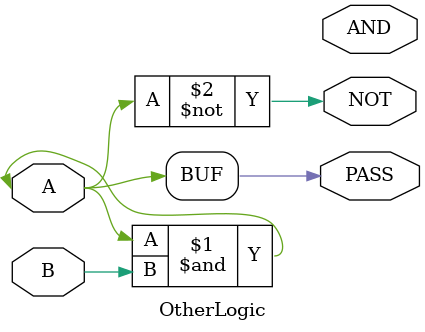
<source format=v>
`timescale 1ns / 1ps

module OtherLogic(
    input A,
    input B,
    output PASS,
    output AND,
    output NOT
    );

	//Pass through
	assign PASS = A;
	
	//And
	and( PASS, A, B );
	
	//Inverter
	not( NOT, A ); 

endmodule

</source>
